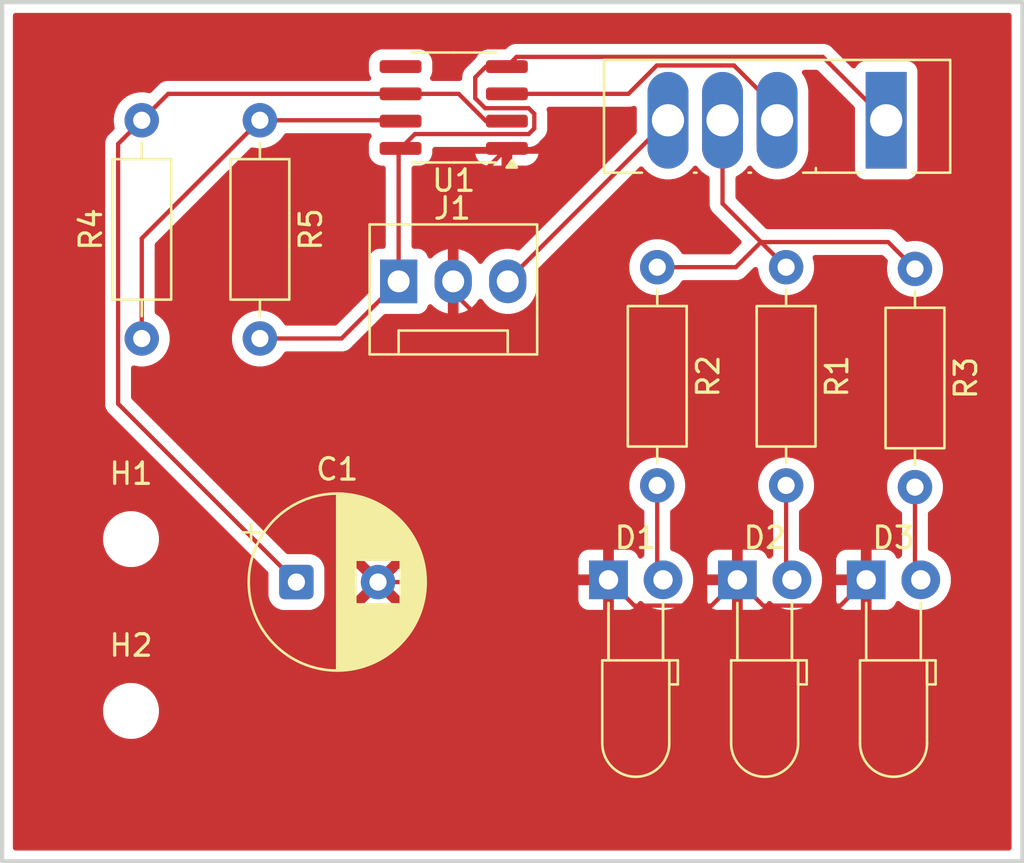
<source format=kicad_pcb>
(kicad_pcb (version 20241229) (generator "pcbnew") (generator_version "9.0")
  (layers (0 "F.Cu" signal) (2 "B.Cu" signal) (13 "F.Paste" user) (15 "B.Paste" user) (5 "F.SilkS" user "F.Silkscreen") (7 "B.SilkS" user "B.Silkscreen") (1 "F.Mask" user) (3 "B.Mask" user) (25 "Edge.Cuts" user))
  (net 0 "")
  (net 1 "/THR")
  (net 2 "GND")
  (net 3 "Net-(D1-A)")
  (net 4 "Net-(D2-A)")
  (net 5 "Net-(D3-A)")
  (net 6 "+9V")
  (net 7 "Net-(Q1-S)")
  (net 8 "Net-(Q1-G)")
  (net 9 "Net-(U1-DIS)")
  (footprint "Resistor_THT:R_Axial_DIN0207_L6.3mm_D2.5mm_P10.16mm_Horizontal" (layer "F.Cu") (at 126 84.92 -90)
    (property "Reference" "R3" (at 5.08 -2.37 90) (layer "F.SilkS"))
    (property "Value" "500")
    (fp_line (start 1.04 0) (end 1.81 0) (stroke (width 0.12)) (layer "F.SilkS"))
    (fp_line (start 9.12 0) (end 8.35 0) (stroke (width 0.12)) (layer "F.SilkS"))
    (fp_rect (start 1.81 -1.37) (end 8.35 1.37) (stroke (width 0.12)) (fill no) (layer "F.SilkS"))
    (pad "1" thru_hole circle (at 0 0 270) (size 1.6 1.6) (drill 0.8) (layers "*.Cu" "*.Mask") (net 7 "Net-(Q1-S)"))
    (pad "2" thru_hole circle (at 10.16 0 270) (size 1.6 1.6) (drill 0.8) (layers "*.Cu" "*.Mask") (net 5 "Net-(D3-A)"))
  )
  (footprint "LED_THT:LED_D3.0mm_Horizontal_O3.81mm_Z6.0mm" (layer "F.Cu") (at 117.73 99.395)
    (property "Reference" "D2" (at 1.27 -1.96 0) (layer "F.SilkS"))
    (property "Value" "BLUE")
    (fp_line (start -0.29 3.75) (end -0.29 7.61) (stroke (width 0.12)) (layer "F.SilkS"))
    (fp_line (start -0.29 3.75) (end 2.83 3.75) (stroke (width 0.12)) (layer "F.SilkS"))
    (fp_line (start 0 1.08) (end 0 3.75) (stroke (width 0.12)) (layer "F.SilkS"))
    (fp_line (start 0 3.75) (end 0 1.08) (stroke (width 0.12)) (layer "F.SilkS"))
    (fp_line (start 2.54 1.08) (end 2.54 3.75) (stroke (width 0.12)) (layer "F.SilkS"))
    (fp_line (start 2.54 3.75) (end 2.54 1.08) (stroke (width 0.12)) (layer "F.SilkS"))
    (fp_line (start 2.83 3.75) (end 2.83 7.61) (stroke (width 0.12)) (layer "F.SilkS"))
    (fp_line (start 2.83 3.75) (end 3.23 3.75) (stroke (width 0.12)) (layer "F.SilkS"))
    (fp_line (start 2.83 4.87) (end 2.83 3.75) (stroke (width 0.12)) (layer "F.SilkS"))
    (fp_line (start 3.23 3.75) (end 3.23 4.87) (stroke (width 0.12)) (layer "F.SilkS"))
    (fp_line (start 3.23 4.87) (end 2.83 4.87) (stroke (width 0.12)) (layer "F.SilkS"))
    (fp_arc (start 2.83 7.61) (mid 1.27 9.17) (end -0.29 7.61) (stroke (width 0.12)) (layer "F.SilkS"))
    (pad "1" thru_hole rect (at 0 0) (size 1.8 1.8) (drill 0.9) (layers "*.Cu" "*.Mask") (net 2 "GND"))
    (pad "2" thru_hole circle (at 2.54 0) (size 1.8 1.8) (drill 0.9) (layers "*.Cu" "*.Mask") (net 4 "Net-(D2-A)"))
  )
  (footprint "Resistor_THT:R_Axial_DIN0207_L6.3mm_D2.5mm_P10.16mm_Horizontal" (layer "F.Cu") (at 114 84.84 -90)
    (property "Reference" "R2" (at 5.08 -2.37 90) (layer "F.SilkS"))
    (property "Value" "500")
    (fp_line (start 1.04 0) (end 1.81 0) (stroke (width 0.12)) (layer "F.SilkS"))
    (fp_line (start 9.12 0) (end 8.35 0) (stroke (width 0.12)) (layer "F.SilkS"))
    (fp_rect (start 1.81 -1.37) (end 8.35 1.37) (stroke (width 0.12)) (fill no) (layer "F.SilkS"))
    (pad "1" thru_hole circle (at 0 0 270) (size 1.6 1.6) (drill 0.8) (layers "*.Cu" "*.Mask") (net 7 "Net-(Q1-S)"))
    (pad "2" thru_hole circle (at 10.16 0 270) (size 1.6 1.6) (drill 0.8) (layers "*.Cu" "*.Mask") (net 3 "Net-(D1-A)"))
  )
  (footprint "Package_TO_SOT_THT:TO-247-4_Vertical" (layer "F.Cu") (at 124.66 78 180)
    (property "Reference" "Q1" (hide yes))
    (property "Value" "NMOS" (hide yes))
    (fp_line (start 13.14 2.81) (end -2.98 2.81) (stroke (width 0.12)) (layer "F.SilkS"))
    (fp_line (start 13.14 -2.44) (end 13.14 2.81) (stroke (width 0.12)) (layer "F.SilkS"))
    (fp_line (start 11.372 -2.44) (end 13.14 -2.44) (stroke (width 0.12)) (layer "F.SilkS"))
    (fp_line (start 8.832 -2.44) (end 8.948 -2.44) (stroke (width 0.12)) (layer "F.SilkS"))
    (fp_line (start 6.292 -2.44) (end 6.407 -2.44) (stroke (width 0.12)) (layer "F.SilkS"))
    (fp_line (start 3.275 -2.44) (end 3.275 -2.22) (stroke (width 0.12)) (layer "F.SilkS"))
    (fp_line (start 1.212 -2.44) (end 3.868 -2.44) (stroke (width 0.12)) (layer "F.SilkS"))
    (fp_line (start -2.98 2.81) (end -2.98 -2.44) (stroke (width 0.12)) (layer "F.SilkS"))
    (fp_line (start -2.98 -2.44) (end -1.212 -2.44) (stroke (width 0.12)) (layer "F.SilkS"))
    (pad "1" thru_hole rect (at 0 0 180) (size 1.905 4.5) (drill 1.5) (layers "*.Cu" "*.Mask") (net 6 "+9V"))
    (pad "2" thru_hole oval (at 5.08 0 180) (size 1.905 4.5) (drill 1.5) (layers "*.Cu" "*.Mask") (net 8 "Net-(Q1-G)"))
    (pad "3" thru_hole oval (at 7.62 0 180) (size 1.905 4.5) (drill 1.5) (layers "*.Cu" "*.Mask") (net 7 "Net-(Q1-S)"))
    (pad "4" thru_hole oval (at 10.16 0 180) (size 1.905 4.5) (drill 1.5) (layers "*.Cu" "*.Mask"))
  )
  (footprint "Resistor_THT:R_Axial_DIN0207_L6.3mm_D2.5mm_P10.16mm_Horizontal" (layer "F.Cu") (at 95.5 78 -90)
    (property "Reference" "R5" (at 5.08 -2.37 90) (layer "F.SilkS"))
    (property "Value" "50k")
    (fp_line (start 1.04 0) (end 1.81 0) (stroke (width 0.12)) (layer "F.SilkS"))
    (fp_line (start 9.12 0) (end 8.35 0) (stroke (width 0.12)) (layer "F.SilkS"))
    (fp_rect (start 1.81 -1.37) (end 8.35 1.37) (stroke (width 0.12)) (fill no) (layer "F.SilkS"))
    (pad "1" thru_hole circle (at 0 0 270) (size 1.6 1.6) (drill 0.8) (layers "*.Cu" "*.Mask") (net 9 "Net-(U1-DIS)"))
    (pad "2" thru_hole circle (at 10.16 0 270) (size 1.6 1.6) (drill 0.8) (layers "*.Cu" "*.Mask") (net 6 "+9V"))
  )
  (footprint "LED_THT:LED_D3.0mm_Horizontal_O3.81mm_Z6.0mm" (layer "F.Cu") (at 123.73 99.395)
    (property "Reference" "D3" (at 1.27 -1.96 0) (layer "F.SilkS"))
    (property "Value" "GREEN")
    (fp_line (start -0.29 3.75) (end -0.29 7.61) (stroke (width 0.12)) (layer "F.SilkS"))
    (fp_line (start -0.29 3.75) (end 2.83 3.75) (stroke (width 0.12)) (layer "F.SilkS"))
    (fp_line (start 0 1.08) (end 0 3.75) (stroke (width 0.12)) (layer "F.SilkS"))
    (fp_line (start 0 3.75) (end 0 1.08) (stroke (width 0.12)) (layer "F.SilkS"))
    (fp_line (start 2.54 1.08) (end 2.54 3.75) (stroke (width 0.12)) (layer "F.SilkS"))
    (fp_line (start 2.54 3.75) (end 2.54 1.08) (stroke (width 0.12)) (layer "F.SilkS"))
    (fp_line (start 2.83 3.75) (end 2.83 7.61) (stroke (width 0.12)) (layer "F.SilkS"))
    (fp_line (start 2.83 3.75) (end 3.23 3.75) (stroke (width 0.12)) (layer "F.SilkS"))
    (fp_line (start 2.83 4.87) (end 2.83 3.75) (stroke (width 0.12)) (layer "F.SilkS"))
    (fp_line (start 3.23 3.75) (end 3.23 4.87) (stroke (width 0.12)) (layer "F.SilkS"))
    (fp_line (start 3.23 4.87) (end 2.83 4.87) (stroke (width 0.12)) (layer "F.SilkS"))
    (fp_arc (start 2.83 7.61) (mid 1.27 9.17) (end -0.29 7.61) (stroke (width 0.12)) (layer "F.SilkS"))
    (pad "1" thru_hole rect (at 0 0) (size 1.8 1.8) (drill 0.9) (layers "*.Cu" "*.Mask") (net 2 "GND"))
    (pad "2" thru_hole circle (at 2.54 0) (size 1.8 1.8) (drill 0.9) (layers "*.Cu" "*.Mask") (net 5 "Net-(D3-A)"))
  )
  (footprint "MountingHole:MountingHole_2.1mm" (layer "F.Cu") (at 89.5 105.5)
    (property "Reference" "H2" (at 0 -3.05 0) (layer "F.SilkS"))
    (property "Value" "MountingHole")
    (pad "" np_thru_hole circle (at 0 0) (size 2.1 2.1) (drill 2.1) (layers "*.Cu" "*.Mask"))
  )
  (footprint "Resistor_THT:R_Axial_DIN0207_L6.3mm_D2.5mm_P10.16mm_Horizontal" (layer "F.Cu") (at 120 84.84 -90)
    (property "Reference" "R1" (at 5.08 -2.37 90) (layer "F.SilkS"))
    (property "Value" "500")
    (fp_line (start 1.04 0) (end 1.81 0) (stroke (width 0.12)) (layer "F.SilkS"))
    (fp_line (start 9.12 0) (end 8.35 0) (stroke (width 0.12)) (layer "F.SilkS"))
    (fp_rect (start 1.81 -1.37) (end 8.35 1.37) (stroke (width 0.12)) (fill no) (layer "F.SilkS"))
    (pad "1" thru_hole circle (at 0 0 270) (size 1.6 1.6) (drill 0.8) (layers "*.Cu" "*.Mask") (net 7 "Net-(Q1-S)"))
    (pad "2" thru_hole circle (at 10.16 0 270) (size 1.6 1.6) (drill 0.8) (layers "*.Cu" "*.Mask") (net 4 "Net-(D2-A)"))
  )
  (footprint "LED_THT:LED_D3.0mm_Horizontal_O3.81mm_Z6.0mm" (layer "F.Cu") (at 111.73 99.395)
    (property "Reference" "D1" (at 1.27 -1.96 0) (layer "F.SilkS"))
    (property "Value" "RED")
    (fp_line (start -0.29 3.75) (end -0.29 7.61) (stroke (width 0.12)) (layer "F.SilkS"))
    (fp_line (start -0.29 3.75) (end 2.83 3.75) (stroke (width 0.12)) (layer "F.SilkS"))
    (fp_line (start 0 1.08) (end 0 3.75) (stroke (width 0.12)) (layer "F.SilkS"))
    (fp_line (start 0 3.75) (end 0 1.08) (stroke (width 0.12)) (layer "F.SilkS"))
    (fp_line (start 2.54 1.08) (end 2.54 3.75) (stroke (width 0.12)) (layer "F.SilkS"))
    (fp_line (start 2.54 3.75) (end 2.54 1.08) (stroke (width 0.12)) (layer "F.SilkS"))
    (fp_line (start 2.83 3.75) (end 2.83 7.61) (stroke (width 0.12)) (layer "F.SilkS"))
    (fp_line (start 2.83 3.75) (end 3.23 3.75) (stroke (width 0.12)) (layer "F.SilkS"))
    (fp_line (start 2.83 4.87) (end 2.83 3.75) (stroke (width 0.12)) (layer "F.SilkS"))
    (fp_line (start 3.23 3.75) (end 3.23 4.87) (stroke (width 0.12)) (layer "F.SilkS"))
    (fp_line (start 3.23 4.87) (end 2.83 4.87) (stroke (width 0.12)) (layer "F.SilkS"))
    (fp_arc (start 2.83 7.61) (mid 1.27 9.17) (end -0.29 7.61) (stroke (width 0.12)) (layer "F.SilkS"))
    (pad "1" thru_hole rect (at 0 0) (size 1.8 1.8) (drill 0.9) (layers "*.Cu" "*.Mask") (net 2 "GND"))
    (pad "2" thru_hole circle (at 2.54 0) (size 1.8 1.8) (drill 0.9) (layers "*.Cu" "*.Mask") (net 3 "Net-(D1-A)"))
  )
  (footprint "Connector:FanPinHeader_1x03_P2.54mm_Vertical" (layer "F.Cu") (at 101.96 85.5)
    (property "Reference" "J1" (at 2.5 -3.4 0) (layer "F.SilkS"))
    (property "Value" "Conn_01x02")
    (fp_line (start -1.35 -2.65) (end 6.45 -2.65) (stroke (width 0.12)) (layer "F.SilkS"))
    (fp_line (start -1.35 3.4) (end -1.35 -2.65) (stroke (width 0.12)) (layer "F.SilkS"))
    (fp_line (start 0 2.29) (end 5.08 2.29) (stroke (width 0.12)) (layer "F.SilkS"))
    (fp_line (start 0 3.3) (end 0 2.29) (stroke (width 0.12)) (layer "F.SilkS"))
    (fp_line (start 5.08 2.29) (end 5.08 3.3) (stroke (width 0.12)) (layer "F.SilkS"))
    (fp_line (start 6.45 -2.65) (end 6.45 3.4) (stroke (width 0.12)) (layer "F.SilkS"))
    (fp_line (start 6.45 3.4) (end -1.35 3.4) (stroke (width 0.12)) (layer "F.SilkS"))
    (pad "1" thru_hole rect (at 0 0 90) (size 2.03 1.73) (drill 1.02) (layers "*.Cu" "*.Mask") (net 6 "+9V"))
    (pad "2" thru_hole oval (at 2.54 0 90) (size 2.03 1.73) (drill 1.02) (layers "*.Cu" "*.Mask") (net 2 "GND"))
    (pad "3" thru_hole oval (at 5.08 0 90) (size 2.03 1.73) (drill 1.02) (layers "*.Cu" "*.Mask"))
  )
  (footprint "Package_SO:SOIC-8_3.9x4.9mm_P1.27mm" (layer "F.Cu") (at 104.525 77.405 180)
    (property "Reference" "U1" (at 0 -3.4 0) (layer "F.SilkS"))
    (property "Value" "LM555xM")
    (fp_line (start 0 2.56) (end 1.95 2.56) (stroke (width 0.12)) (layer "F.SilkS"))
    (fp_line (start 0 2.56) (end -1.95 2.56) (stroke (width 0.12)) (layer "F.SilkS"))
    (fp_line (start 0 -2.56) (end 1.95 -2.56) (stroke (width 0.12)) (layer "F.SilkS"))
    (fp_line (start 0 -2.56) (end -1.95 -2.56) (stroke (width 0.12)) (layer "F.SilkS"))
    (fp_poly (pts (xy -2.7 -2.465) (xy -2.94 -2.795) (xy -2.46 -2.795)) (stroke (width 0.12)) (fill yes) (layer "F.SilkS"))
    (pad "1" smd roundrect (at -2.475 -1.905 180) (size 1.95 0.6) (layers "F.Cu" "F.Mask" "F.Paste") (net 2 "GND"))
    (pad "2" smd roundrect (at -2.475 -0.635 180) (size 1.95 0.6) (layers "F.Cu" "F.Mask" "F.Paste") (net 1 "/THR"))
    (pad "3" smd roundrect (at -2.475 0.635 180) (size 1.95 0.6) (layers "F.Cu" "F.Mask" "F.Paste") (net 8 "Net-(Q1-G)"))
    (pad "4" smd roundrect (at -2.475 1.905 180) (size 1.95 0.6) (layers "F.Cu" "F.Mask" "F.Paste") (net 6 "+9V"))
    (pad "5" smd roundrect (at 2.475 1.905 180) (size 1.95 0.6) (layers "F.Cu" "F.Mask" "F.Paste"))
    (pad "6" smd roundrect (at 2.475 0.635 180) (size 1.95 0.6) (layers "F.Cu" "F.Mask" "F.Paste") (net 1 "/THR"))
    (pad "7" smd roundrect (at 2.475 -0.635 180) (size 1.95 0.6) (layers "F.Cu" "F.Mask" "F.Paste") (net 9 "Net-(U1-DIS)"))
    (pad "8" smd roundrect (at 2.475 -1.905 180) (size 1.95 0.6) (layers "F.Cu" "F.Mask" "F.Paste") (net 6 "+9V"))
  )
  (footprint "Capacitor_THT:CP_Radial_D8.0mm_P3.80mm" (layer "F.Cu") (at 97.2 99.5)
    (property "Reference" "C1" (at 1.9 -5.25 0) (layer "F.SilkS"))
    (property "Value" "C_Polarized")
    (fp_line (start -2.509698 -2.315) (end -1.709698 -2.315) (stroke (width 0.12)) (layer "F.SilkS"))
    (fp_line (start -2.109698 -2.715) (end -2.109698 -1.915) (stroke (width 0.12)) (layer "F.SilkS"))
    (fp_line (start 1.9 -4.08) (end 1.9 4.08) (stroke (width 0.12)) (layer "F.SilkS"))
    (fp_line (start 1.94 -4.08) (end 1.94 4.08) (stroke (width 0.12)) (layer "F.SilkS"))
    (fp_line (start 1.98 -4.079) (end 1.98 4.079) (stroke (width 0.12)) (layer "F.SilkS"))
    (fp_line (start 2.02 -4.078) (end 2.02 4.078) (stroke (width 0.12)) (layer "F.SilkS"))
    (fp_line (start 2.06 -4.077) (end 2.06 4.077) (stroke (width 0.12)) (layer "F.SilkS"))
    (fp_line (start 2.1 -4.075) (end 2.1 4.075) (stroke (width 0.12)) (layer "F.SilkS"))
    (fp_line (start 2.14 -4.073) (end 2.14 4.073) (stroke (width 0.12)) (layer "F.SilkS"))
    (fp_line (start 2.18 -4.07) (end 2.18 4.07) (stroke (width 0.12)) (layer "F.SilkS"))
    (fp_line (start 2.22 -4.068) (end 2.22 4.068) (stroke (width 0.12)) (layer "F.SilkS"))
    (fp_line (start 2.26 -4.064) (end 2.26 4.064) (stroke (width 0.12)) (layer "F.SilkS"))
    (fp_line (start 2.3 -4.061) (end 2.3 4.061) (stroke (width 0.12)) (layer "F.SilkS"))
    (fp_line (start 2.34 -4.056) (end 2.34 4.056) (stroke (width 0.12)) (layer "F.SilkS"))
    (fp_line (start 2.38 -4.052) (end 2.38 4.052) (stroke (width 0.12)) (layer "F.SilkS"))
    (fp_line (start 2.42 -4.047) (end 2.42 4.047) (stroke (width 0.12)) (layer "F.SilkS"))
    (fp_line (start 2.46 -4.042) (end 2.46 4.042) (stroke (width 0.12)) (layer "F.SilkS"))
    (fp_line (start 2.5 -4.036) (end 2.5 4.036) (stroke (width 0.12)) (layer "F.SilkS"))
    (fp_line (start 2.54 -4.03) (end 2.54 4.03) (stroke (width 0.12)) (layer "F.SilkS"))
    (fp_line (start 2.58 -4.023) (end 2.58 4.023) (stroke (width 0.12)) (layer "F.SilkS"))
    (fp_line (start 2.62 -4.017) (end 2.62 4.017) (stroke (width 0.12)) (layer "F.SilkS"))
    (fp_line (start 2.66 -4.009) (end 2.66 4.009) (stroke (width 0.12)) (layer "F.SilkS"))
    (fp_line (start 2.7 -4.002) (end 2.7 4.002) (stroke (width 0.12)) (layer "F.SilkS"))
    (fp_line (start 2.74 -3.993) (end 2.74 3.993) (stroke (width 0.12)) (layer "F.SilkS"))
    (fp_line (start 2.78 -3.985) (end 2.78 -1.04) (stroke (width 0.12)) (layer "F.SilkS"))
    (fp_line (start 2.78 1.04) (end 2.78 3.985) (stroke (width 0.12)) (layer "F.SilkS"))
    (fp_line (start 2.82 -3.976) (end 2.82 -1.04) (stroke (width 0.12)) (layer "F.SilkS"))
    (fp_line (start 2.82 1.04) (end 2.82 3.976) (stroke (width 0.12)) (layer "F.SilkS"))
    (fp_line (start 2.86 -3.967) (end 2.86 -1.04) (stroke (width 0.12)) (layer "F.SilkS"))
    (fp_line (start 2.86 1.04) (end 2.86 3.967) (stroke (width 0.12)) (layer "F.SilkS"))
    (fp_line (start 2.9 -3.957) (end 2.9 -1.04) (stroke (width 0.12)) (layer "F.SilkS"))
    (fp_line (start 2.9 1.04) (end 2.9 3.957) (stroke (width 0.12)) (layer "F.SilkS"))
    (fp_line (start 2.94 -3.947) (end 2.94 -1.04) (stroke (width 0.12)) (layer "F.SilkS"))
    (fp_line (start 2.94 1.04) (end 2.94 3.947) (stroke (width 0.12)) (layer "F.SilkS"))
    (fp_line (start 2.98 -3.936) (end 2.98 -1.04) (stroke (width 0.12)) (layer "F.SilkS"))
    (fp_line (start 2.98 1.04) (end 2.98 3.936) (stroke (width 0.12)) (layer "F.SilkS"))
    (fp_line (start 3.02 -3.925) (end 3.02 -1.04) (stroke (width 0.12)) (layer "F.SilkS"))
    (fp_line (start 3.02 1.04) (end 3.02 3.925) (stroke (width 0.12)) (layer "F.SilkS"))
    (fp_line (start 3.06 -3.913) (end 3.06 -1.04) (stroke (width 0.12)) (layer "F.SilkS"))
    (fp_line (start 3.06 1.04) (end 3.06 3.913) (stroke (width 0.12)) (layer "F.SilkS"))
    (fp_line (start 3.1 -3.901) (end 3.1 -1.04) (stroke (width 0.12)) (layer "F.SilkS"))
    (fp_line (start 3.1 1.04) (end 3.1 3.901) (stroke (width 0.12)) (layer "F.SilkS"))
    (fp_line (start 3.14 -3.889) (end 3.14 -1.04) (stroke (width 0.12)) (layer "F.SilkS"))
    (fp_line (start 3.14 1.04) (end 3.14 3.889) (stroke (width 0.12)) (layer "F.SilkS"))
    (fp_line (start 3.18 -3.876) (end 3.18 -1.04) (stroke (width 0.12)) (layer "F.SilkS"))
    (fp_line (start 3.18 1.04) (end 3.18 3.876) (stroke (width 0.12)) (layer "F.SilkS"))
    (fp_line (start 3.22 -3.863) (end 3.22 -1.04) (stroke (width 0.12)) (layer "F.SilkS"))
    (fp_line (start 3.22 1.04) (end 3.22 3.863) (stroke (width 0.12)) (layer "F.SilkS"))
    (fp_line (start 3.26 -3.849) (end 3.26 -1.04) (stroke (width 0.12)) (layer "F.SilkS"))
    (fp_line (start 3.26 1.04) (end 3.26 3.849) (stroke (width 0.12)) (layer "F.SilkS"))
    (fp_line (start 3.3 -3.835) (end 3.3 -1.04) (stroke (width 0.12)) (layer "F.SilkS"))
    (fp_line (start 3.3 1.04) (end 3.3 3.835) (stroke (width 0.12)) (layer "F.SilkS"))
    (fp_line (start 3.34 -3.82) (end 3.34 -1.04) (stroke (width 0.12)) (layer "F.SilkS"))
    (fp_line (start 3.34 1.04) (end 3.34 3.82) (stroke (width 0.12)) (layer "F.SilkS"))
    (fp_line (start 3.38 -3.805) (end 3.38 -1.04) (stroke (width 0.12)) (layer "F.SilkS"))
    (fp_line (start 3.38 1.04) (end 3.38 3.805) (stroke (width 0.12)) (layer "F.SilkS"))
    (fp_line (start 3.42 -3.789) (end 3.42 -1.04) (stroke (width 0.12)) (layer "F.SilkS"))
    (fp_line (start 3.42 1.04) (end 3.42 3.789) (stroke (width 0.12)) (layer "F.SilkS"))
    (fp_line (start 3.46 -3.773) (end 3.46 -1.04) (stroke (width 0.12)) (layer "F.SilkS"))
    (fp_line (start 3.46 1.04) (end 3.46 3.773) (stroke (width 0.12)) (layer "F.SilkS"))
    (fp_line (start 3.5 -3.757) (end 3.5 -1.04) (stroke (width 0.12)) (layer "F.SilkS"))
    (fp_line (start 3.5 1.04) (end 3.5 3.757) (stroke (width 0.12)) (layer "F.SilkS"))
    (fp_line (start 3.54 -3.74) (end 3.54 -1.04) (stroke (width 0.12)) (layer "F.SilkS"))
    (fp_line (start 3.54 1.04) (end 3.54 3.74) (stroke (width 0.12)) (layer "F.SilkS"))
    (fp_line (start 3.58 -3.722) (end 3.58 -1.04) (stroke (width 0.12)) (layer "F.SilkS"))
    (fp_line (start 3.58 1.04) (end 3.58 3.722) (stroke (width 0.12)) (layer "F.SilkS"))
    (fp_line (start 3.62 -3.704) (end 3.62 -1.04) (stroke (width 0.12)) (layer "F.SilkS"))
    (fp_line (start 3.62 1.04) (end 3.62 3.704) (stroke (width 0.12)) (layer "F.SilkS"))
    (fp_line (start 3.66 -3.685) (end 3.66 -1.04) (stroke (width 0.12)) (layer "F.SilkS"))
    (fp_line (start 3.66 1.04) (end 3.66 3.685) (stroke (width 0.12)) (layer "F.SilkS"))
    (fp_line (start 3.7 -3.666) (end 3.7 -1.04) (stroke (width 0.12)) (layer "F.SilkS"))
    (fp_line (start 3.7 1.04) (end 3.7 3.666) (stroke (width 0.12)) (layer "F.SilkS"))
    (fp_line (start 3.74 -3.646) (end 3.74 -1.04) (stroke (width 0.12)) (layer "F.SilkS"))
    (fp_line (start 3.74 1.04) (end 3.74 3.646) (stroke (width 0.12)) (layer "F.SilkS"))
    (fp_line (start 3.78 -3.626) (end 3.78 -1.04) (stroke (width 0.12)) (layer "F.SilkS"))
    (fp_line (start 3.78 1.04) (end 3.78 3.626) (stroke (width 0.12)) (layer "F.SilkS"))
    (fp_line (start 3.82 -3.605) (end 3.82 -1.04) (stroke (width 0.12)) (layer "F.SilkS"))
    (fp_line (start 3.82 1.04) (end 3.82 3.605) (stroke (width 0.12)) (layer "F.SilkS"))
    (fp_line (start 3.86 -3.584) (end 3.86 -1.04) (stroke (width 0.12)) (layer "F.SilkS"))
    (fp_line (start 3.86 1.04) (end 3.86 3.584) (stroke (width 0.12)) (layer "F.SilkS"))
    (fp_line (start 3.9 -3.562) (end 3.9 -1.04) (stroke (width 0.12)) (layer "F.SilkS"))
    (fp_line (start 3.9 1.04) (end 3.9 3.562) (stroke (width 0.12)) (layer "F.SilkS"))
    (fp_line (start 3.94 -3.539) (end 3.94 -1.04) (stroke (width 0.12)) (layer "F.SilkS"))
    (fp_line (start 3.94 1.04) (end 3.94 3.539) (stroke (width 0.12)) (layer "F.SilkS"))
    (fp_line (start 3.98 -3.516) (end 3.98 -1.04) (stroke (width 0.12)) (layer "F.SilkS"))
    (fp_line (start 3.98 1.04) (end 3.98 3.516) (stroke (width 0.12)) (layer "F.SilkS"))
    (fp_line (start 4.02 -3.493) (end 4.02 -1.04) (stroke (width 0.12)) (layer "F.SilkS"))
    (fp_line (start 4.02 1.04) (end 4.02 3.493) (stroke (width 0.12)) (layer "F.SilkS"))
    (fp_line (start 4.06 -3.468) (end 4.06 -1.04) (stroke (width 0.12)) (layer "F.SilkS"))
    (fp_line (start 4.06 1.04) (end 4.06 3.468) (stroke (width 0.12)) (layer "F.SilkS"))
    (fp_line (start 4.1 -3.443) (end 4.1 -1.04) (stroke (width 0.12)) (layer "F.SilkS"))
    (fp_line (start 4.1 1.04) (end 4.1 3.443) (stroke (width 0.12)) (layer "F.SilkS"))
    (fp_line (start 4.14 -3.418) (end 4.14 -1.04) (stroke (width 0.12)) (layer "F.SilkS"))
    (fp_line (start 4.14 1.04) (end 4.14 3.418) (stroke (width 0.12)) (layer "F.SilkS"))
    (fp_line (start 4.18 -3.392) (end 4.18 -1.04) (stroke (width 0.12)) (layer "F.SilkS"))
    (fp_line (start 4.18 1.04) (end 4.18 3.392) (stroke (width 0.12)) (layer "F.SilkS"))
    (fp_line (start 4.22 -3.365) (end 4.22 -1.04) (stroke (width 0.12)) (layer "F.SilkS"))
    (fp_line (start 4.22 1.04) (end 4.22 3.365) (stroke (width 0.12)) (layer "F.SilkS"))
    (fp_line (start 4.26 -3.337) (end 4.26 -1.04) (stroke (width 0.12)) (layer "F.SilkS"))
    (fp_line (start 4.26 1.04) (end 4.26 3.337) (stroke (width 0.12)) (layer "F.SilkS"))
    (fp_line (start 4.3 -3.309) (end 4.3 -1.04) (stroke (width 0.12)) (layer "F.SilkS"))
    (fp_line (start 4.3 1.04) (end 4.3 3.309) (stroke (width 0.12)) (layer "F.SilkS"))
    (fp_line (start 4.34 -3.28) (end 4.34 -1.04) (stroke (width 0.12)) (layer "F.SilkS"))
    (fp_line (start 4.34 1.04) (end 4.34 3.28) (stroke (width 0.12)) (layer "F.SilkS"))
    (fp_line (start 4.38 -3.25) (end 4.38 -1.04) (stroke (width 0.12)) (layer "F.SilkS"))
    (fp_line (start 4.38 1.04) (end 4.38 3.25) (stroke (width 0.12)) (layer "F.SilkS"))
    (fp_line (start 4.42 -3.219) (end 4.42 -1.04) (stroke (width 0.12)) (layer "F.SilkS"))
    (fp_line (start 4.42 1.04) (end 4.42 3.219) (stroke (width 0.12)) (layer "F.SilkS"))
    (fp_line (start 4.46 -3.188) (end 4.46 -1.04) (stroke (width 0.12)) (layer "F.SilkS"))
    (fp_line (start 4.46 1.04) (end 4.46 3.188) (stroke (width 0.12)) (layer "F.SilkS"))
    (fp_line (start 4.5 -3.156) (end 4.5 -1.04) (stroke (width 0.12)) (layer "F.SilkS"))
    (fp_line (start 4.5 1.04) (end 4.5 3.156) (stroke (width 0.12)) (layer "F.SilkS"))
    (fp_line (start 4.54 -3.123) (end 4.54 -1.04) (stroke (width 0.12)) (layer "F.SilkS"))
    (fp_line (start 4.54 1.04) (end 4.54 3.123) (stroke (width 0.12)) (layer "F.SilkS"))
    (fp_line (start 4.58 -3.089) (end 4.58 -1.04) (stroke (width 0.12)) (layer "F.SilkS"))
    (fp_line (start 4.58 1.04) (end 4.58 3.089) (stroke (width 0.12)) (layer "F.SilkS"))
    (fp_line (start 4.62 -3.055) (end 4.62 -1.04) (stroke (width 0.12)) (layer "F.SilkS"))
    (fp_line (start 4.62 1.04) (end 4.62 3.055) (stroke (width 0.12)) (layer "F.SilkS"))
    (fp_line (start 4.66 -3.019) (end 4.66 -1.04) (stroke (width 0.12)) (layer "F.SilkS"))
    (fp_line (start 4.66 1.04) (end 4.66 3.019) (stroke (width 0.12)) (layer "F.SilkS"))
    (fp_line (start 4.7 -2.982) (end 4.7 -1.04) (stroke (width 0.12)) (layer "F.SilkS"))
    (fp_line (start 4.7 1.04) (end 4.7 2.982) (stroke (width 0.12)) (layer "F.SilkS"))
    (fp_line (start 4.74 -2.945) (end 4.74 -1.04) (stroke (width 0.12)) (layer "F.SilkS"))
    (fp_line (start 4.74 1.04) (end 4.74 2.945) (stroke (width 0.12)) (layer "F.SilkS"))
    (fp_line (start 4.78 -2.906) (end 4.78 -1.04) (stroke (width 0.12)) (layer "F.SilkS"))
    (fp_line (start 4.78 1.04) (end 4.78 2.906) (stroke (width 0.12)) (layer "F.SilkS"))
    (fp_line (start 4.82 -2.867) (end 4.82 -1.04) (stroke (width 0.12)) (layer "F.SilkS"))
    (fp_line (start 4.82 1.04) (end 4.82 2.867) (stroke (width 0.12)) (layer "F.SilkS"))
    (fp_line (start 4.86 -2.826) (end 4.86 2.826) (stroke (width 0.12)) (layer "F.SilkS"))
    (fp_line (start 4.9 -2.784) (end 4.9 2.784) (stroke (width 0.12)) (layer "F.SilkS"))
    (fp_line (start 4.94 -2.741) (end 4.94 2.741) (stroke (width 0.12)) (layer "F.SilkS"))
    (fp_line (start 4.98 -2.696) (end 4.98 2.696) (stroke (width 0.12)) (layer "F.SilkS"))
    (fp_line (start 5.02 -2.651) (end 5.02 2.651) (stroke (width 0.12)) (layer "F.SilkS"))
    (fp_line (start 5.06 -2.604) (end 5.06 2.604) (stroke (width 0.12)) (layer "F.SilkS"))
    (fp_line (start 5.1 -2.555) (end 5.1 2.555) (stroke (width 0.12)) (layer "F.SilkS"))
    (fp_line (start 5.14 -2.505) (end 5.14 2.505) (stroke (width 0.12)) (layer "F.SilkS"))
    (fp_line (start 5.18 -2.453) (end 5.18 2.453) (stroke (width 0.12)) (layer "F.SilkS"))
    (fp_line (start 5.22 -2.4) (end 5.22 2.4) (stroke (width 0.12)) (layer "F.SilkS"))
    (fp_line (start 5.26 -2.344) (end 5.26 2.344) (stroke (width 0.12)) (layer "F.SilkS"))
    (fp_line (start 5.3 -2.287) (end 5.3 2.287) (stroke (width 0.12)) (layer "F.SilkS"))
    (fp_line (start 5.34 -2.227) (end 5.34 2.227) (stroke (width 0.12)) (layer "F.SilkS"))
    (fp_line (start 5.38 -2.165) (end 5.38 2.165) (stroke (width 0.12)) (layer "F.SilkS"))
    (fp_line (start 5.42 -2.101) (end 5.42 2.101) (stroke (width 0.12)) (layer "F.SilkS"))
    (fp_line (start 5.46 -2.034) (end 5.46 2.034) (stroke (width 0.12)) (layer "F.SilkS"))
    (fp_line (start 5.5 -1.964) (end 5.5 1.964) (stroke (width 0.12)) (layer "F.SilkS"))
    (fp_line (start 5.54 -1.89) (end 5.54 1.89) (stroke (width 0.12)) (layer "F.SilkS"))
    (fp_line (start 5.58 -1.813) (end 5.58 1.813) (stroke (width 0.12)) (layer "F.SilkS"))
    (fp_line (start 5.62 -1.731) (end 5.62 1.731) (stroke (width 0.12)) (layer "F.SilkS"))
    (fp_line (start 5.66 -1.644) (end 5.66 1.644) (stroke (width 0.12)) (layer "F.SilkS"))
    (fp_line (start 5.7 -1.552) (end 5.7 1.552) (stroke (width 0.12)) (layer "F.SilkS"))
    (fp_line (start 5.74 -1.453) (end 5.74 1.453) (stroke (width 0.12)) (layer "F.SilkS"))
    (fp_line (start 5.78 -1.346) (end 5.78 1.346) (stroke (width 0.12)) (layer "F.SilkS"))
    (fp_line (start 5.82 -1.228) (end 5.82 1.228) (stroke (width 0.12)) (layer "F.SilkS"))
    (fp_line (start 5.86 -1.097) (end 5.86 1.097) (stroke (width 0.12)) (layer "F.SilkS"))
    (fp_line (start 5.9 -0.947) (end 5.9 0.947) (stroke (width 0.12)) (layer "F.SilkS"))
    (fp_line (start 5.94 -0.768) (end 5.94 0.768) (stroke (width 0.12)) (layer "F.SilkS"))
    (fp_line (start 5.98 -0.533) (end 5.98 0.533) (stroke (width 0.12)) (layer "F.SilkS"))
    (fp_circle (center 1.9 0) (end 6.02 0) (stroke (width 0.12)) (fill no) (layer "F.SilkS"))
    (pad "1" thru_hole roundrect (at 0 0) (size 1.6 1.6) (drill 0.8) (layers "*.Cu" "*.Mask") (roundrect_rratio 0.15625) (net 1 "/THR"))
    (pad "2" thru_hole circle (at 3.8 0) (size 1.6 1.6) (drill 0.8) (layers "*.Cu" "*.Mask") (net 2 "GND"))
  )
  (footprint "MountingHole:MountingHole_2.1mm" (layer "F.Cu") (at 89.5 97.5)
    (property "Reference" "H1" (at 0 -3.05 0) (layer "F.SilkS"))
    (property "Value" "MountingHole")
    (pad "" np_thru_hole circle (at 0 0) (size 2.1 2.1) (drill 2.1) (layers "*.Cu" "*.Mask"))
  )
  (footprint "Resistor_THT:R_Axial_DIN0207_L6.3mm_D2.5mm_P10.16mm_Horizontal" (layer "F.Cu") (at 90 88.16 90)
    (property "Reference" "R4" (at 5.08 -2.37 90) (layer "F.SilkS"))
    (property "Value" "50k")
    (fp_line (start 9.12 0) (end 8.35 0) (stroke (width 0.12)) (layer "F.SilkS"))
    (fp_line (start 1.04 0) (end 1.81 0) (stroke (width 0.12)) (layer "F.SilkS"))
    (fp_rect (start 1.81 -1.37) (end 8.35 1.37) (stroke (width 0.12)) (fill no) (layer "F.SilkS"))
    (pad "1" thru_hole circle (at 0 0 90) (size 1.6 1.6) (drill 0.8) (layers "*.Cu" "*.Mask") (net 9 "Net-(U1-DIS)"))
    (pad "2" thru_hole circle (at 10.16 0 90) (size 1.6 1.6) (drill 0.8) (layers "*.Cu" "*.Mask") (net 1 "/THR"))
  )
  (gr_rect (start 83.5 72.5) (end 131 112.5) (stroke (width 0.2)) (fill no) (layer "Edge.Cuts"))
  (segment (start 107.04 85.5) (end 107.04 85.46) (width 0.2) (layer "F.Cu") (net 0))
  (segment (start 107.04 85.46) (end 114.5 78) (width 0.2) (layer "F.Cu") (net 0))
  (segment (start 106.025001 78.04) (end 104.755001 76.77) (width 0.2) (layer "F.Cu") (net 1))
  (segment (start 88.899 79.101) (end 90 78) (width 0.2) (layer "F.Cu") (net 1))
  (segment (start 107 78.04) (end 106.025001 78.04) (width 0.2) (layer "F.Cu") (net 1))
  (segment (start 104.755001 76.77) (end 102.05 76.77) (width 0.2) (layer "F.Cu") (net 1))
  (segment (start 90 78) (end 91.23 76.77) (width 0.2) (layer "F.Cu") (net 1))
  (segment (start 91.23 76.77) (end 102.05 76.77) (width 0.2) (layer "F.Cu") (net 1))
  (segment (start 97.2 99.5) (end 88.899 91.199) (width 0.2) (layer "F.Cu") (net 1))
  (segment (start 88.899 91.199) (end 88.899 79.101) (width 0.2) (layer "F.Cu") (net 1))
  (segment (start 118.931 100.596) (end 122.529 100.596) (width 0.2) (layer "F.Cu") (net 2))
  (segment (start 112.931 100.596) (end 116.529 100.596) (width 0.2) (layer "F.Cu") (net 2))
  (segment (start 107 79.31) (end 104.5 81.81) (width 0.2) (layer "F.Cu") (net 2))
  (segment (start 117.73 99.395) (end 118.931 100.596) (width 0.2) (layer "F.Cu") (net 2))
  (segment (start 104.5 85.5) (end 104.5 86) (width 0.2) (layer "F.Cu") (net 2))
  (segment (start 122.529 100.596) (end 123.73 99.395) (width 0.2) (layer "F.Cu") (net 2))
  (segment (start 101 99.5) (end 111.625 99.5) (width 0.2) (layer "F.Cu") (net 2))
  (segment (start 116.529 100.596) (end 117.73 99.395) (width 0.2) (layer "F.Cu") (net 2))
  (segment (start 111.73 93.23) (end 111.73 99.395) (width 0.2) (layer "F.Cu") (net 2))
  (segment (start 104.5 86) (end 111.73 93.23) (width 0.2) (layer "F.Cu") (net 2))
  (segment (start 111.625 99.5) (end 111.73 99.395) (width 0.2) (layer "F.Cu") (net 2))
  (segment (start 111.73 99.395) (end 112.931 100.596) (width 0.2) (layer "F.Cu") (net 2))
  (segment (start 104.5 81.81) (end 104.5 85.5) (width 0.2) (layer "F.Cu") (net 2))
  (segment (start 114 95) (end 114 99.125) (width 0.2) (layer "F.Cu") (net 3))
  (segment (start 114 99.125) (end 114.27 99.395) (width 0.2) (layer "F.Cu") (net 3))
  (segment (start 120 99.125) (end 120.27 99.395) (width 0.2) (layer "F.Cu") (net 4))
  (segment (start 120 95) (end 120 99.125) (width 0.2) (layer "F.Cu") (net 4))
  (segment (start 126 99.125) (end 126.27 99.395) (width 0.2) (layer "F.Cu") (net 5))
  (segment (start 126 95.08) (end 126 99.125) (width 0.2) (layer "F.Cu") (net 5))
  (segment (start 107 75.5) (end 106.025001 75.5) (width 0.2) (layer "F.Cu") (net 6))
  (segment (start 95.5 88.16) (end 99.3 88.16) (width 0.2) (layer "F.Cu") (net 6))
  (segment (start 105.52605 76.97395) (end 105.991101 77.439) (width 0.2) (layer "F.Cu") (net 6))
  (segment (start 105.52605 75.998951) (end 105.52605 76.97395) (width 0.2) (layer "F.Cu") (net 6))
  (segment (start 105.991101 77.439) (end 108.015968 77.439) (width 0.2) (layer "F.Cu") (net 6))
  (segment (start 108.015968 78.641) (end 102.719 78.641) (width 0.2) (layer "F.Cu") (net 6))
  (segment (start 107.452 75.048) (end 121.708 75.048) (width 0.2) (layer "F.Cu") (net 6))
  (segment (start 107 75.5) (end 107.452 75.048) (width 0.2) (layer "F.Cu") (net 6))
  (segment (start 102.719 78.641) (end 102.05 79.31) (width 0.2) (layer "F.Cu") (net 6))
  (segment (start 101.96 79.4) (end 102.05 79.31) (width 0.2) (layer "F.Cu") (net 6))
  (segment (start 108.276 77.699032) (end 108.276 78.380968) (width 0.2) (layer "F.Cu") (net 6))
  (segment (start 108.015968 77.439) (end 108.276 77.699032) (width 0.2) (layer "F.Cu") (net 6))
  (segment (start 101.96 85.5) (end 101.96 79.4) (width 0.2) (layer "F.Cu") (net 6))
  (segment (start 106.025001 75.5) (end 105.52605 75.998951) (width 0.2) (layer "F.Cu") (net 6))
  (segment (start 121.708 75.048) (end 124.66 78) (width 0.2) (layer "F.Cu") (net 6))
  (segment (start 108.276 78.380968) (end 108.015968 78.641) (width 0.2) (layer "F.Cu") (net 6))
  (segment (start 99.3 88.16) (end 101.96 85.5) (width 0.2) (layer "F.Cu") (net 6))
  (segment (start 117.66 84.84) (end 114 84.84) (width 0.2) (layer "F.Cu") (net 7))
  (segment (start 117.04 81.88) (end 117.04 78) (width 0.2) (layer "F.Cu") (net 7))
  (segment (start 124.75 83.67) (end 126 84.92) (width 0.2) (layer "F.Cu") (net 7))
  (segment (start 118.83 83.67) (end 117.04 81.88) (width 0.2) (layer "F.Cu") (net 7))
  (segment (start 120 84.84) (end 118.83 83.67) (width 0.2) (layer "F.Cu") (net 7))
  (segment (start 118.83 83.67) (end 117.66 84.84) (width 0.2) (layer "F.Cu") (net 7))
  (segment (start 118.83 83.67) (end 124.75 83.67) (width 0.2) (layer "F.Cu") (net 7))
  (segment (start 113.980783 75.449) (end 117.574 75.449) (width 0.2) (layer "F.Cu") (net 8))
  (segment (start 117.574 75.449) (end 119.58 77.455) (width 0.2) (layer "F.Cu") (net 8))
  (segment (start 112.659783 76.77) (end 113.980783 75.449) (width 0.2) (layer "F.Cu") (net 8))
  (segment (start 107 76.77) (end 112.659783 76.77) (width 0.2) (layer "F.Cu") (net 8))
  (segment (start 119.58 77.455) (end 119.58 78) (width 0.2) (layer "F.Cu") (net 8))
  (segment (start 90 83.5) (end 95.5 78) (width 0.2) (layer "F.Cu") (net 9))
  (segment (start 90 88.16) (end 90 83.5) (width 0.2) (layer "F.Cu") (net 9))
  (segment (start 102.01 78) (end 102.05 78.04) (width 0.2) (layer "F.Cu") (net 9))
  (segment (start 95.5 78) (end 102.01 78) (width 0.2) (layer "F.Cu") (net 9))
  (zone (net 2) (net_name "GND") (layer "F.Cu") (connect_pads (clearance 0.5)) (min_thickness 0.25) (fill yes (thermal_gap 0.5) (thermal_bridge_width 0.5))
    (polygon (pts (xy 83.5 72.5) (xy 131 72.5) (xy 131 112.5) (xy 83.5 112.5)))
  )
)
</source>
